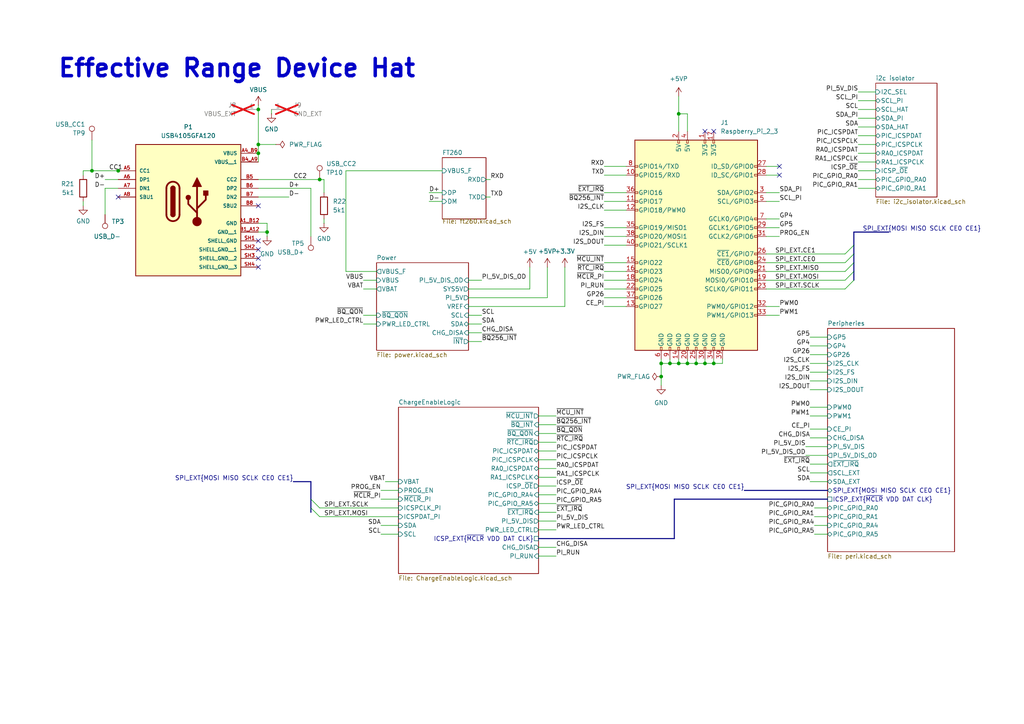
<source format=kicad_sch>
(kicad_sch (version 20231120) (generator "eeschema") (generator_version "8.0")
  (paper "A4")
  (title_block (title "Effective Range - MrHAT") (date "2024-09-17") (rev "1.12.0") (company "Effective Range Kft.") (comment 1 "visit https://creativecommons.org/licenses/by/4.0/") (comment 2 "is licensed under CC BY 4.0. To view a copy of this license,") (comment 3 "License: MrHAT © 2024 by Ferenc Nandor Janky & Attila Gombos") (comment 4 "Design Engineer: Ferenc Janky"))
  (lib_symbols
    (symbol "Connector:Conn_01x01_Socket" (pin_names (offset 1.016) hide)
      (property "Reference" "J" (at 0 2.54 0))
      (property "Value" "Conn_01x01_Socket" (at 0 -2.54 0))
      (symbol "Conn_01x01_Socket_1_1"
        (polyline (pts (xy -1.27 0) (xy -0.508 0)) (stroke (width 0.1524)))
        (arc (start 0 0.508) (mid -0.5058 0) (end 0 -0.508) (stroke (width 0.1524)))
        (pin passive line (at -5.08 0 0) (length 3.81) (name "Pin_1") (number "1"))
      )
    )
    (symbol "Connector:TestPoint" (pin_numbers hide) (pin_names (offset 0.762) hide)
      (property "Reference" "TP" (at 0 6.858 0))
      (property "Value" "TestPoint" (at 0 5.08 0))
      (symbol "TestPoint_0_1"
        (circle (center 0 3.302) (radius 0.762))
      )
      (symbol "TestPoint_1_1"
        (pin passive line (at 0 0 90) (length 2.54) (name "1") (number "1"))
      )
    )
    (symbol "Device:R" (pin_numbers hide) (pin_names (offset 0))
      (property "Reference" "R" (at 2.032 0 90))
      (property "Value" "R" (at 0 0 90))
      (symbol "R_0_1"
        (rectangle (start -1.016 -2.54) (end 1.016 2.54) (stroke (width 0.254)))
      )
      (symbol "R_1_1"
        (pin passive line (at 0 3.81 270) (length 1.27) (name "~") (number "1"))
        (pin passive line (at 0 -3.81 90) (length 1.27) (name "~") (number "2"))
      )
    )
    (symbol "effectiveRangeHat_kicad_sym:Raspberry_Pi_2_3" (pin_names (offset 1.016))
      (property "Reference" "J" (at -17.78 31.75 0))
      (property "Value" "Raspberry_Pi_2_3" (at 10.16 -31.75 0))
      (symbol "Raspberry_Pi_2_3_0_1"
        (rectangle (start -17.78 30.48) (end 17.78 -30.48) (stroke (width 0.254)) (fill (type background)))
      )
      (symbol "Raspberry_Pi_2_3_1_1"
        (rectangle (start -16.891 -17.526) (end -17.78 -18.034))
        (rectangle (start -16.891 -14.986) (end -17.78 -15.494))
        (rectangle (start -16.891 -12.446) (end -17.78 -12.954))
        (rectangle (start -16.891 -9.906) (end -17.78 -10.414))
        (rectangle (start -16.891 -7.366) (end -17.78 -7.874))
        (rectangle (start -16.891 -4.826) (end -17.78 -5.334))
        (rectangle (start -16.891 0.254) (end -17.78 -0.254))
        (rectangle (start -16.891 2.794) (end -17.78 2.286))
        (rectangle (start -16.891 5.334) (end -17.78 4.826))
        (rectangle (start -16.891 10.414) (end -17.78 9.906))
        (rectangle (start -16.891 12.954) (end -17.78 12.446))
        (rectangle (start -16.891 15.494) (end -17.78 14.986))
        (rectangle (start -16.891 20.574) (end -17.78 20.066))
        (rectangle (start -16.891 23.114) (end -17.78 22.606))
        (rectangle (start -10.414 -29.591) (end -9.906 -30.48))
        (rectangle (start -7.874 -29.591) (end -7.366 -30.48))
        (rectangle (start -5.334 -29.591) (end -4.826 -30.48))
        (rectangle (start -5.334 30.48) (end -4.826 29.591))
        (rectangle (start -2.794 -29.591) (end -2.286 -30.48))
        (rectangle (start -2.794 30.48) (end -2.286 29.591))
        (rectangle (start -0.254 -29.591) (end 0.254 -30.48))
        (rectangle (start 2.286 -29.591) (end 2.794 -30.48))
        (rectangle (start 2.286 30.48) (end 2.794 29.591))
        (rectangle (start 4.826 -29.591) (end 5.334 -30.48))
        (rectangle (start 4.826 30.48) (end 5.334 29.591))
        (rectangle (start 7.366 -29.591) (end 7.874 -30.48))
        (rectangle (start 17.78 -20.066) (end 16.891 -20.574))
        (rectangle (start 17.78 -17.526) (end 16.891 -18.034))
        (rectangle (start 17.78 -12.446) (end 16.891 -12.954))
        (rectangle (start 17.78 -9.906) (end 16.891 -10.414))
        (rectangle (start 17.78 -7.366) (end 16.891 -7.874))
        (rectangle (start 17.78 -4.826) (end 16.891 -5.334))
        (rectangle (start 17.78 -2.286) (end 16.891 -2.794))
        (rectangle (start 17.78 2.794) (end 16.891 2.286))
        (rectangle (start 17.78 5.334) (end 16.891 4.826))
        (rectangle (start 17.78 7.874) (end 16.891 7.366))
        (rectangle (start 17.78 12.954) (end 16.891 12.446))
        (rectangle (start 17.78 15.494) (end 16.891 14.986))
        (rectangle (start 17.78 20.574) (end 16.891 20.066))
        (rectangle (start 17.78 23.114) (end 16.891 22.606))
        (pin power_in line (at 2.54 33.02 270) (length 2.54) (name "3V3") (number "1"))
        (pin bidirectional line (at -20.32 20.32 0) (length 2.54) (name "GPIO15/RXD") (number "10"))
        (pin bidirectional line (at -20.32 12.7 0) (length 2.54) (name "GPIO17") (number "11"))
        (pin bidirectional line (at -20.32 10.16 0) (length 2.54) (name "GPIO18/PWM0") (number "12"))
        (pin bidirectional line (at -20.32 -17.78 0) (length 2.54) (name "GPIO27") (number "13"))
        (pin passive line (at -5.08 -33.02 90) (length 2.54) (name "GND") (number "14"))
        (pin bidirectional line (at -20.32 -5.08 0) (length 2.54) (name "GPIO22") (number "15"))
        (pin bidirectional line (at -20.32 -7.62 0) (length 2.54) (name "GPIO23") (number "16"))
        (pin power_in line (at 5.08 33.02 270) (length 2.54) (name "3V3") (number "17"))
        (pin bidirectional line (at -20.32 -10.16 0) (length 2.54) (name "GPIO24") (number "18"))
        (pin bidirectional line (at 20.32 -10.16 180) (length 2.54) (name "MOSI0/GPIO10") (number "19"))
        (pin power_in line (at -5.08 33.02 270) (length 2.54) (name "5V") (number "2"))
        (pin passive line (at -2.54 -33.02 90) (length 2.54) (name "GND") (number "20"))
        (pin bidirectional line (at 20.32 -7.62 180) (length 2.54) (name "MISO0/GPIO9") (number "21"))
        (pin bidirectional line (at -20.32 -12.7 0) (length 2.54) (name "GPIO25") (number "22"))
        (pin bidirectional line (at 20.32 -12.7 180) (length 2.54) (name "SCLK0/GPIO11") (number "23"))
        (pin bidirectional line (at 20.32 -5.08 180) (length 2.54) (name "~{CE0}/GPIO8") (number "24"))
        (pin passive line (at 0 -33.02 90) (length 2.54) (name "GND") (number "25"))
        (pin bidirectional line (at 20.32 -2.54 180) (length 2.54) (name "~{CE1}/GPIO7") (number "26"))
        (pin bidirectional line (at 20.32 22.86 180) (length 2.54) (name "ID_SD/GPIO0") (number "27"))
        (pin bidirectional line (at 20.32 20.32 180) (length 2.54) (name "ID_SC/GPIO1") (number "28"))
        (pin bidirectional line (at 20.32 5.08 180) (length 2.54) (name "GCLK1/GPIO5") (number "29"))
        (pin bidirectional line (at 20.32 15.24 180) (length 2.54) (name "SDA/GPIO2") (number "3"))
        (pin passive line (at 2.54 -33.02 90) (length 2.54) (name "GND") (number "30"))
        (pin bidirectional line (at 20.32 2.54 180) (length 2.54) (name "GCLK2/GPIO6") (number "31"))
        (pin bidirectional line (at 20.32 -17.78 180) (length 2.54) (name "PWM0/GPIO12") (number "32"))
        (pin bidirectional line (at 20.32 -20.32 180) (length 2.54) (name "PWM1/GPIO13") (number "33"))
        (pin passive line (at 5.08 -33.02 90) (length 2.54) (name "GND") (number "34"))
        (pin bidirectional line (at -20.32 5.08 0) (length 2.54) (name "GPIO19/MISO1") (number "35"))
        (pin bidirectional line (at -20.32 15.24 0) (length 2.54) (name "GPIO16") (number "36"))
        (pin bidirectional line (at -20.32 -15.24 0) (length 2.54) (name "GPIO26") (number "37"))
        (pin bidirectional line (at -20.32 2.54 0) (length 2.54) (name "GPIO20/MOSI1") (number "38"))
        (pin passive line (at 7.62 -33.02 90) (length 2.54) (name "GND") (number "39"))
        (pin power_in line (at -2.54 33.02 270) (length 2.54) (name "5V") (number "4"))
        (pin bidirectional line (at -20.32 0 0) (length 2.54) (name "GPIO21/SCLK1") (number "40"))
        (pin bidirectional line (at 20.32 12.7 180) (length 2.54) (name "SCL/GPIO3") (number "5"))
        (pin passive line (at -10.16 -33.02 90) (length 2.54) (name "GND") (number "6"))
        (pin bidirectional line (at 20.32 7.62 180) (length 2.54) (name "GCLK0/GPIO4") (number "7"))
        (pin bidirectional line (at -20.32 22.86 0) (length 2.54) (name "GPIO14/TXD") (number "8"))
        (pin passive line (at -7.62 -33.02 90) (length 2.54) (name "GND") (number "9"))
      )
    )
    (symbol "effectiveRangeHat_kicad_sym:USB4105GFA120" (pin_names (offset 1.016))
      (property "Reference" "P" (at -15.24 13.97 0))
      (property "Value" "USB4105GFA120" (at -15.24 -27.94 0))
      (symbol "USB4105GFA120_0_0"
        (rectangle (start -15.24 12.7) (end 15.24 -25.4) (stroke (width 0.254)) (fill (type background)))
        (pin power_in line (at 20.32 -10.16 180) (length 5.08) (name "GND") (number "A1_B12"))
        (pin power_in line (at 20.32 10.16 180) (length 5.08) (name "VBUS") (number "A4_B9"))
        (pin bidirectional line (at -20.32 5.08 0) (length 5.08) (name "CC1") (number "A5"))
        (pin bidirectional line (at -20.32 2.54 0) (length 5.08) (name "DP1") (number "A6"))
        (pin bidirectional line (at -20.32 0 0) (length 5.08) (name "DN1") (number "A7"))
        (pin bidirectional line (at -20.32 -2.54 0) (length 5.08) (name "SBU1") (number "A8"))
        (pin power_in line (at 20.32 -12.7 180) (length 5.08) (name "GND__1") (number "B1_A12"))
        (pin power_in line (at 20.32 7.62 180) (length 5.08) (name "VBUS__1") (number "B4_A9"))
        (pin bidirectional line (at 20.32 2.54 180) (length 5.08) (name "CC2") (number "B5"))
        (pin bidirectional line (at 20.32 0 180) (length 5.08) (name "DP2") (number "B6"))
        (pin bidirectional line (at 20.32 -2.54 180) (length 5.08) (name "DN2") (number "B7"))
        (pin bidirectional line (at 20.32 -5.08 180) (length 5.08) (name "SBU2") (number "B8"))
        (pin power_in line (at 20.32 -15.24 180) (length 5.08) (name "SHELL_GND") (number "SH1"))
        (pin power_in line (at 20.32 -17.78 180) (length 5.08) (name "SHELL_GND__1") (number "SH2"))
        (pin power_in line (at 20.32 -20.32 180) (length 5.08) (name "SHELL_GND__2") (number "SH3"))
        (pin power_in line (at 20.32 -22.86 180) (length 5.08) (name "SHELL_GND__3") (number "SH4"))
      )
      (symbol "USB4105GFA120_0_1"
        (arc (start -6.35 -7.62) (mid -4.445 -9.5167) (end -2.54 -7.62) (stroke (width 0.508)))
        (arc (start -5.08 -7.62) (mid -4.445 -8.2523) (end -3.81 -7.62) (stroke (width 0.254)))
        (arc (start -5.08 -7.62) (mid -4.445 -8.2523) (end -3.81 -7.62) (stroke (width 0.254)) (fill (type outline)))
        (rectangle (start -5.08 -7.62) (end -3.81 0) (stroke (width 0.254)) (fill (type outline)))
        (arc (start -3.81 0) (mid -4.445 0.6323) (end -5.08 0) (stroke (width 0.254)))
        (arc (start -3.81 0) (mid -4.445 0.6323) (end -5.08 0) (stroke (width 0.254)) (fill (type outline)))
        (arc (start -2.54 0) (mid -4.445 1.8967) (end -6.35 0) (stroke (width 0.508)))
        (polyline (pts (xy -6.35 -7.62) (xy -6.35 0)) (stroke (width 0.508)))
        (polyline (pts (xy -2.54 0) (xy -2.54 -7.62)) (stroke (width 0.508)))
      )
      (symbol "USB4105GFA120_1_1"
        (circle (center 0 -2.667) (radius 0.635) (stroke (width 0.254)) (fill (type outline)))
        (polyline (pts (xy 2.54 -9.652) (xy 2.54 0.508)) (stroke (width 0.508)))
        (polyline (pts (xy 2.54 -7.112) (xy 0 -4.572) (xy 0 -3.302)) (stroke (width 0.508)))
        (polyline (pts (xy 2.54 -5.842) (xy 5.08 -3.302) (xy 5.08 -2.032)) (stroke (width 0.508)))
        (polyline (pts (xy 1.27 0.508) (xy 2.54 3.048) (xy 3.81 0.508) (xy 1.27 0.508)) (stroke (width 0.254)) (fill (type outline)))
        (circle (center 2.54 -9.652) (radius 1.27) (fill (type outline)))
        (rectangle (start 4.445 -2.032) (end 5.715 -0.762) (stroke (width 0.254)) (fill (type outline)))
      )
    )
    (symbol "power:+3.3V" (power) (pin_numbers hide) (pin_names (offset 0) hide)
      (property "Value" "+3.3V" (at 0 3.556 0))
      (symbol "+3.3V_0_1"
        (polyline (pts (xy -0.762 1.27) (xy 0 2.54)))
        (polyline (pts (xy 0 0) (xy 0 2.54)))
        (polyline (pts (xy 0 2.54) (xy 0.762 1.27)))
      )
      (symbol "+3.3V_1_1"
        (pin power_in line (at 0 0 90) (length 0) (name "~") (number "1"))
      )
    )
    (symbol "power:+5V" (power) (pin_numbers hide) (pin_names (offset 0) hide)
      (property "Value" "+5V" (at 0 3.556 0))
      (symbol "+5V_0_1"
        (polyline (pts (xy -0.762 1.27) (xy 0 2.54)))
        (polyline (pts (xy 0 0) (xy 0 2.54)))
        (polyline (pts (xy 0 2.54) (xy 0.762 1.27)))
      )
      (symbol "+5V_1_1"
        (pin power_in line (at 0 0 90) (length 0) (name "~") (number "1"))
      )
    )
    (symbol "power:+5VP" (power) (pin_numbers hide) (pin_names (offset 0) hide)
      (property "Value" "+5VP" (at 0 3.556 0))
      (symbol "+5VP_0_1"
        (polyline (pts (xy -0.762 1.27) (xy 0 2.54)))
        (polyline (pts (xy 0 0) (xy 0 2.54)))
        (polyline (pts (xy 0 2.54) (xy 0.762 1.27)))
      )
      (symbol "+5VP_1_1"
        (pin power_in line (at 0 0 90) (length 0) (name "~") (number "1"))
      )
    )
    (symbol "power:GND" (power) (pin_numbers hide) (pin_names (offset 0) hide)
      (property "Value" "GND" (at 0 -3.81 0))
      (symbol "GND_0_1"
        (polyline (pts (xy 0 0) (xy 0 -1.27) (xy 1.27 -1.27) (xy 0 -2.54) (xy -1.27 -1.27) (xy 0 -1.27)))
      )
      (symbol "GND_1_1"
        (pin power_in line (at 0 0 270) (length 0) (name "~") (number "1"))
      )
    )
    (symbol "power:PWR_FLAG" (power) (pin_numbers hide) (pin_names (offset 0) hide)
      (property "Value" "PWR_FLAG" (at 0 3.81 0))
      (symbol "PWR_FLAG_0_0"
        (pin power_out line (at 0 0 90) (length 0) (name "~") (number "1"))
      )
      (symbol "PWR_FLAG_0_1"
        (polyline (pts (xy 0 0) (xy 0 1.27) (xy -1.016 1.905) (xy 0 2.54) (xy 1.016 1.905) (xy 0 1.27)))
      )
    )
    (symbol "power:VBUS" (power) (pin_numbers hide) (pin_names (offset 0) hide)
      (property "Value" "VBUS" (at 0 3.556 0))
      (symbol "VBUS_0_1"
        (polyline (pts (xy -0.762 1.27) (xy 0 2.54)))
        (polyline (pts (xy 0 0) (xy 0 2.54)))
        (polyline (pts (xy 0 2.54) (xy 0.762 1.27)))
      )
      (symbol "VBUS_1_1"
        (pin power_in line (at 0 0 90) (length 0) (name "~") (number "1"))
      )
    )
  )
  (junction (at 207.01 105.41))
  (junction (at 196.85 105.41))
  (junction (at 194.31 105.41))
  (junction (at 201.93 105.41))
  (junction (at 92.71 52.07))
  (junction (at 191.77 109.22))
  (junction (at 74.93 44.45))
  (junction (at 196.85 33.02))
  (junction (at 191.77 105.41))
  (junction (at 204.47 105.41))
  (junction (at 74.93 31.75))
  (junction (at 34.29 49.53))
  (junction (at 74.93 41.91))
  (junction (at 199.39 105.41))
  (junction (at 77.47 67.31))
  (junction (at 26.67 49.53))
  (no_connect (at 226.06 48.26))
  (no_connect (at 74.93 77.47))
  (no_connect (at 74.93 59.69))
  (no_connect (at 74.93 72.39))
  (no_connect (at 34.29 57.15))
  (no_connect (at 74.93 74.93))
  (no_connect (at 226.06 50.8))
  (no_connect (at 74.93 69.85))
  (no_connect (at 207.01 38.1))
  (no_connect (at 204.47 38.1))
  (bus_entry (at 247.65 71.12) (size -2.54 2.54))
  (bus_entry (at 247.65 81.28) (size -2.54 2.54))
  (bus_entry (at 247.65 76.2) (size -2.54 2.54))
  (bus_entry (at 90.17 147.32) (size 2.54 2.54))
  (bus_entry (at 247.65 73.66) (size -2.54 2.54))
  (bus_entry (at 247.65 78.74) (size -2.54 2.54))
  (bus_entry (at 90.17 144.78) (size 2.54 2.54))
  (wire (pts (xy 234.95 105.41) (xy 240.03 105.41)))
  (wire (pts (xy 175.26 83.82) (xy 181.61 83.82)))
  (wire (pts (xy 100.33 78.74) (xy 100.33 49.53)))
  (wire (pts (xy 161.29 128.27) (xy 156.21 128.27)))
  (wire (pts (xy 74.93 41.91) (xy 74.93 44.45)))
  (wire (pts (xy 156.21 138.43) (xy 161.29 138.43)))
  (wire (pts (xy 26.67 40.64) (xy 26.67 49.53)))
  (wire (pts (xy 234.95 124.46) (xy 240.03 124.46)))
  (wire (pts (xy 156.21 161.29) (xy 161.29 161.29)))
  (wire (pts (xy 191.77 111.76) (xy 191.77 109.22)))
  (wire (pts (xy 26.67 49.53) (xy 34.29 49.53)))
  (wire (pts (xy 181.61 81.28) (xy 175.26 81.28)))
  (wire (pts (xy 135.89 96.52) (xy 139.7 96.52)))
  (wire (pts (xy 74.93 54.61) (xy 90.17 54.61)))
  (wire (pts (xy 234.95 134.62) (xy 240.03 134.62)))
  (wire (pts (xy 92.71 52.07) (xy 93.98 52.07)))
  (wire (pts (xy 100.33 78.74) (xy 109.22 78.74)))
  (wire (pts (xy 74.93 52.07) (xy 92.71 52.07)))
  (bus (pts (xy 90.17 139.7) (xy 90.17 144.78)))
  (wire (pts (xy 156.21 151.13) (xy 161.29 151.13)))
  (wire (pts (xy 248.92 49.53) (xy 254 49.53)))
  (wire (pts (xy 74.93 31.75) (xy 74.93 41.91)))
  (bus (pts (xy 247.65 81.28) (xy 247.65 78.74)))
  (wire (pts (xy 248.92 41.91) (xy 254 41.91)))
  (wire (pts (xy 34.29 49.53) (xy 35.56 49.53)))
  (wire (pts (xy 222.25 88.9) (xy 226.06 88.9)))
  (wire (pts (xy 135.89 86.36) (xy 158.75 86.36)))
  (wire (pts (xy 234.95 120.65) (xy 240.03 120.65)))
  (wire (pts (xy 236.22 149.86) (xy 240.03 149.86)))
  (wire (pts (xy 199.39 104.14) (xy 199.39 105.41)))
  (wire (pts (xy 234.95 107.95) (xy 240.03 107.95)))
  (bus (pts (xy 85.09 139.7) (xy 90.17 139.7)))
  (wire (pts (xy 153.67 83.82) (xy 135.89 83.82)))
  (wire (pts (xy 74.93 67.31) (xy 77.47 67.31)))
  (wire (pts (xy 196.85 33.02) (xy 199.39 33.02)))
  (wire (pts (xy 248.92 52.07) (xy 254 52.07)))
  (wire (pts (xy 74.93 57.15) (xy 83.82 57.15)))
  (wire (pts (xy 30.48 52.07) (xy 34.29 52.07)))
  (wire (pts (xy 196.85 33.02) (xy 196.85 38.1)))
  (wire (pts (xy 234.95 113.03) (xy 240.03 113.03)))
  (wire (pts (xy 80.01 41.91) (xy 74.93 41.91)))
  (wire (pts (xy 196.85 27.94) (xy 196.85 33.02)))
  (wire (pts (xy 135.89 93.98) (xy 139.7 93.98)))
  (bus (pts (xy 247.65 76.2) (xy 247.65 73.66)))
  (wire (pts (xy 222.25 83.82) (xy 245.11 83.82)))
  (wire (pts (xy 156.21 120.65) (xy 161.29 120.65)))
  (wire (pts (xy 248.92 36.83) (xy 254 36.83)))
  (wire (pts (xy 248.92 46.99) (xy 254 46.99)))
  (wire (pts (xy 222.25 55.88) (xy 226.06 55.88)))
  (wire (pts (xy 100.33 49.53) (xy 128.27 49.53)))
  (wire (pts (xy 222.25 66.04) (xy 226.06 66.04)))
  (wire (pts (xy 222.25 50.8) (xy 226.06 50.8)))
  (wire (pts (xy 248.92 54.61) (xy 254 54.61)))
  (wire (pts (xy 105.41 81.28) (xy 109.22 81.28)))
  (wire (pts (xy 156.21 148.59) (xy 161.29 148.59)))
  (wire (pts (xy 207.01 104.14) (xy 207.01 105.41)))
  (wire (pts (xy 175.26 50.8) (xy 181.61 50.8)))
  (wire (pts (xy 156.21 130.81) (xy 161.29 130.81)))
  (wire (pts (xy 135.89 81.28) (xy 139.7 81.28)))
  (wire (pts (xy 135.89 88.9) (xy 163.83 88.9)))
  (bus (pts (xy 195.58 156.21) (xy 195.58 144.78)))
  (wire (pts (xy 77.47 64.77) (xy 77.47 67.31)))
  (wire (pts (xy 156.21 143.51) (xy 161.29 143.51)))
  (wire (pts (xy 24.13 49.53) (xy 24.13 50.8)))
  (wire (pts (xy 248.92 39.37) (xy 254 39.37)))
  (bus (pts (xy 156.21 156.21) (xy 195.58 156.21)))
  (wire (pts (xy 111.76 139.7) (xy 115.57 139.7)))
  (bus (pts (xy 247.65 73.66) (xy 247.65 71.12)))
  (bus (pts (xy 195.58 144.78) (xy 240.03 144.78)))
  (wire (pts (xy 105.41 93.98) (xy 109.22 93.98)))
  (wire (pts (xy 77.47 68.58) (xy 77.47 67.31)))
  (wire (pts (xy 78.74 33.02) (xy 78.74 31.75)))
  (wire (pts (xy 24.13 58.42) (xy 24.13 59.69)))
  (wire (pts (xy 222.25 63.5) (xy 226.06 63.5)))
  (wire (pts (xy 196.85 104.14) (xy 196.85 105.41)))
  (wire (pts (xy 92.71 147.32) (xy 115.57 147.32)))
  (wire (pts (xy 175.26 86.36) (xy 181.61 86.36)))
  (wire (pts (xy 92.71 149.86) (xy 115.57 149.86)))
  (wire (pts (xy 30.48 54.61) (xy 30.48 62.23)))
  (bus (pts (xy 90.17 144.78) (xy 90.17 147.32)))
  (wire (pts (xy 222.25 58.42) (xy 226.06 58.42)))
  (bus (pts (xy 247.65 78.74) (xy 247.65 76.2)))
  (wire (pts (xy 90.17 68.58) (xy 90.17 54.61)))
  (wire (pts (xy 156.21 153.67) (xy 161.29 153.67)))
  (wire (pts (xy 110.49 154.94) (xy 115.57 154.94)))
  (wire (pts (xy 175.26 48.26) (xy 181.61 48.26)))
  (wire (pts (xy 156.21 158.75) (xy 161.29 158.75)))
  (wire (pts (xy 233.68 129.54) (xy 240.03 129.54)))
  (wire (pts (xy 175.26 68.58) (xy 181.61 68.58)))
  (wire (pts (xy 204.47 105.41) (xy 201.93 105.41)))
  (wire (pts (xy 156.21 125.73) (xy 161.29 125.73)))
  (bus (pts (xy 90.17 147.32) (xy 90.17 148.59)))
  (wire (pts (xy 201.93 105.41) (xy 199.39 105.41)))
  (wire (pts (xy 175.26 55.88) (xy 181.61 55.88)))
  (wire (pts (xy 207.01 105.41) (xy 204.47 105.41)))
  (wire (pts (xy 222.25 76.2) (xy 245.11 76.2)))
  (wire (pts (xy 234.95 118.11) (xy 240.03 118.11)))
  (wire (pts (xy 156.21 135.89) (xy 161.29 135.89)))
  (wire (pts (xy 222.25 78.74) (xy 245.11 78.74)))
  (wire (pts (xy 156.21 146.05) (xy 161.29 146.05)))
  (wire (pts (xy 234.95 139.7) (xy 240.03 139.7)))
  (wire (pts (xy 175.26 78.74) (xy 181.61 78.74)))
  (wire (pts (xy 191.77 104.14) (xy 191.77 105.41)))
  (wire (pts (xy 110.49 142.24) (xy 115.57 142.24)))
  (wire (pts (xy 194.31 104.14) (xy 194.31 105.41)))
  (wire (pts (xy 93.98 52.07) (xy 93.98 55.88)))
  (wire (pts (xy 248.92 26.67) (xy 254 26.67)))
  (wire (pts (xy 226.06 91.44) (xy 222.25 91.44)))
  (bus (pts (xy 247.65 67.31) (xy 257.81 67.31)))
  (wire (pts (xy 248.92 29.21) (xy 254 29.21)))
  (wire (pts (xy 199.39 105.41) (xy 196.85 105.41)))
  (wire (pts (xy 209.55 104.14) (xy 209.55 105.41)))
  (wire (pts (xy 175.26 88.9) (xy 181.61 88.9)))
  (wire (pts (xy 234.95 100.33) (xy 240.03 100.33)))
  (wire (pts (xy 248.92 34.29) (xy 254 34.29)))
  (wire (pts (xy 140.97 52.07) (xy 142.24 52.07)))
  (wire (pts (xy 201.93 104.14) (xy 201.93 105.41)))
  (wire (pts (xy 74.93 46.99) (xy 74.93 44.45)))
  (wire (pts (xy 124.46 55.88) (xy 128.27 55.88)))
  (wire (pts (xy 110.49 144.78) (xy 115.57 144.78)))
  (wire (pts (xy 163.83 88.9) (xy 163.83 77.47)))
  (wire (pts (xy 24.13 49.53) (xy 26.67 49.53)))
  (wire (pts (xy 248.92 31.75) (xy 254 31.75)))
  (wire (pts (xy 196.85 105.41) (xy 194.31 105.41)))
  (bus (pts (xy 215.9 142.24) (xy 240.03 142.24)))
  (wire (pts (xy 234.95 110.49) (xy 240.03 110.49)))
  (wire (pts (xy 105.41 91.44) (xy 109.22 91.44)))
  (wire (pts (xy 156.21 140.97) (xy 161.29 140.97)))
  (wire (pts (xy 74.93 64.77) (xy 77.47 64.77)))
  (wire (pts (xy 175.26 58.42) (xy 181.61 58.42)))
  (wire (pts (xy 222.25 68.58) (xy 226.06 68.58)))
  (wire (pts (xy 93.98 63.5) (xy 93.98 64.77)))
  (wire (pts (xy 105.41 83.82) (xy 109.22 83.82)))
  (wire (pts (xy 30.48 54.61) (xy 34.29 54.61)))
  (wire (pts (xy 236.22 152.4) (xy 240.03 152.4)))
  (wire (pts (xy 175.26 71.12) (xy 181.61 71.12)))
  (wire (pts (xy 233.68 132.08) (xy 240.03 132.08)))
  (wire (pts (xy 222.25 48.26) (xy 226.06 48.26)))
  (wire (pts (xy 191.77 109.22) (xy 191.77 105.41)))
  (wire (pts (xy 222.25 81.28) (xy 245.11 81.28)))
  (wire (pts (xy 175.26 66.04) (xy 181.61 66.04)))
  (wire (pts (xy 156.21 133.35) (xy 161.29 133.35)))
  (wire (pts (xy 204.47 104.14) (xy 204.47 105.41)))
  (wire (pts (xy 140.97 57.15) (xy 142.24 57.15)))
  (wire (pts (xy 234.95 97.79) (xy 240.03 97.79)))
  (wire (pts (xy 236.22 147.32) (xy 240.03 147.32)))
  (wire (pts (xy 234.95 127) (xy 240.03 127)))
  (wire (pts (xy 234.95 102.87) (xy 240.03 102.87)))
  (wire (pts (xy 236.22 154.94) (xy 240.03 154.94)))
  (wire (pts (xy 191.77 105.41) (xy 194.31 105.41)))
  (wire (pts (xy 135.89 99.06) (xy 139.7 99.06)))
  (wire (pts (xy 175.26 60.96) (xy 181.61 60.96)))
  (wire (pts (xy 209.55 105.41) (xy 207.01 105.41)))
  (wire (pts (xy 124.46 58.42) (xy 128.27 58.42)))
  (wire (pts (xy 156.21 123.19) (xy 161.29 123.19)))
  (bus (pts (xy 247.65 71.12) (xy 247.65 67.31)))
  (wire (pts (xy 135.89 91.44) (xy 139.7 91.44)))
  (wire (pts (xy 74.93 30.48) (xy 74.93 31.75)))
  (wire (pts (xy 234.95 137.16) (xy 240.03 137.16)))
  (wire (pts (xy 153.67 77.47) (xy 153.67 83.82)))
  (wire (pts (xy 158.75 86.36) (xy 158.75 77.47)))
  (wire (pts (xy 222.25 73.66) (xy 245.11 73.66)))
  (wire (pts (xy 110.49 152.4) (xy 115.57 152.4)))
  (wire (pts (xy 248.92 44.45) (xy 254 44.45)))
  (wire (pts (xy 175.26 76.2) (xy 181.61 76.2)))
  (wire (pts (xy 199.39 33.02) (xy 199.39 38.1)))
  (text "Effective Range Device Hat" (at 16.51 22.86 0) (effects (font (size 5 5) (thickness 1) (bold yes)) (justify left bottom)))
  (label "PIC_GPIO_RA0" (at 236.22 147.32 180))
  (label "~{RTC_IRQ}" (at 175.26 78.74 180))
  (label "PIC_ICSPDAT" (at 248.92 39.37 180))
  (label "RA0_ICSPDAT" (at 161.29 135.89 0))
  (label "I2S_CLK" (at 175.26 60.96 180))
  (label "I2S_FS" (at 234.95 107.95 180))
  (label "~{MCLR}_PI" (at 175.26 81.28 180))
  (label "PI_5V_DIS_OD" (at 139.7 81.28 0))
  (label "ICSP_~{OE}" (at 248.92 49.53 180))
  (label "PWR_LED_CTRL" (at 105.41 93.98 180))
  (label "CHG_DISA" (at 234.95 127 180))
  (label "~{RTC_IRQ}" (at 161.29 128.27 0))
  (label "D-" (at 30.48 54.61 180))
  (label "~{MCU_INT}" (at 175.26 76.2 180))
  (label "SDA" (at 110.49 152.4 180))
  (label "CC2" (at 85.09 52.07 0))
  (label "CC1" (at 35.56 49.53 180))
  (label "SCL_PI" (at 248.92 29.21 180))
  (label "PIC_ICSPDAT" (at 161.29 130.81 0))
  (label "D-" (at 124.46 58.42 0))
  (label "I2S_DOUT" (at 175.26 71.12 180))
  (label "SPI_EXT{MOSI MISO SCLK CE0 CE1}" (at 215.9 142.24 180))
  (label "VBAT" (at 105.41 83.82 180))
  (label "D-" (at 83.82 57.15 0))
  (label "PROG_EN" (at 226.06 68.58 0))
  (label "PIC_GPIO_RA1" (at 236.22 149.86 180))
  (label "PIC_ICSPCLK" (at 248.92 41.91 180))
  (label "CE_PI" (at 234.95 124.46 180))
  (label "PIC_GPIO_RA4" (at 236.22 152.4 180))
  (label "GP26" (at 234.95 102.87 180))
  (label "SPI_EXT.MOSI" (at 224.79 81.28 0))
  (label "SCL_PI" (at 226.06 58.42 0))
  (label "SCL" (at 234.95 137.16 180))
  (label "RA1_ICSPCLK" (at 161.29 138.43 0))
  (label "RA1_ICSPCLK" (at 248.92 46.99 180))
  (label "GP4" (at 226.06 63.5 0))
  (label "~{BQ256_INT}" (at 139.7 99.06 0))
  (label "SCL" (at 139.7 91.44 0))
  (label "PI_RUN" (at 175.26 83.82 180))
  (label "~{MCU_INT}" (at 161.29 120.65 0))
  (label "PWM1" (at 234.95 120.65 180))
  (label "SPI_EXT{MOSI MISO SCLK CE0 CE1}" (at 250.19 67.31 0))
  (label "GP26" (at 175.26 86.36 180))
  (label "SPI_EXT.CE0" (at 224.79 76.2 0))
  (label "SPI_EXT.SCLK" (at 93.98 147.32 0))
  (label "PI_RUN" (at 161.29 161.29 0))
  (label "PIC_GPIO_RA4" (at 161.29 143.51 0))
  (label "CHG_DISA" (at 139.7 96.52 0))
  (label "SCL" (at 248.92 31.75 180))
  (label "GP5" (at 234.95 97.79 180))
  (label "ICSP_~{OE}" (at 161.29 140.97 0))
  (label "~{EXT_IRQ}" (at 234.95 134.62 180))
  (label "SPI_EXT.MISO" (at 224.79 78.74 0))
  (label "VBUS" (at 105.41 81.28 180))
  (label "SDA_PI" (at 248.92 34.29 180))
  (label "SDA_PI" (at 226.06 55.88 0))
  (label "CE_PI" (at 175.26 88.9 180))
  (label "SPI_EXT.SCLK" (at 224.79 83.82 0))
  (label "~{EXT_IRQ}" (at 161.29 148.59 0))
  (label "PROG_EN" (at 110.49 142.24 180))
  (label "SPI_EXT{MOSI MISO SCLK CE0 CE1}" (at 85.09 139.7 180))
  (label "RXD" (at 175.26 48.26 180))
  (label "PWM0" (at 234.95 118.11 180))
  (label "PWM1" (at 226.06 91.44 0))
  (label "~{BQ_QON}" (at 105.41 91.44 180))
  (label "PIC_GPIO_RA0" (at 248.92 52.07 180))
  (label "PIC_GPIO_RA5" (at 161.29 146.05 0))
  (label "PI_5V_DIS" (at 248.92 26.67 180))
  (label "PI_5V_DIS" (at 233.68 129.54 180))
  (label "I2S_FS" (at 175.26 66.04 180))
  (label "PI_5V_DIS_OD" (at 233.68 132.08 180))
  (label "SCL" (at 110.49 154.94 180))
  (label "~{BQ256_INT}" (at 161.29 123.19 0))
  (label "I2S_DIN" (at 234.95 110.49 180))
  (label "I2S_DIN" (at 175.26 68.58 180))
  (label "~{BQ256_INT}" (at 175.26 58.42 180))
  (label "I2S_DOUT" (at 234.95 113.03 180))
  (label "PIC_GPIO_RA1" (at 248.92 54.61 180))
  (label "PI_5V_DIS" (at 161.29 151.13 0))
  (label "D+" (at 83.82 54.61 0))
  (label "RXD" (at 142.24 52.07 0))
  (label "SDA" (at 248.92 36.83 180))
  (label "VBAT" (at 111.76 139.7 180))
  (label "PWM0" (at 226.06 88.9 0))
  (label "D+" (at 30.48 52.07 180))
  (label "~{EXT_IRQ}" (at 175.26 55.88 180))
  (label "CHG_DISA" (at 161.29 158.75 0))
  (label "GP4" (at 234.95 100.33 180))
  (label "RA0_ICSPDAT" (at 248.92 44.45 180))
  (label "D+" (at 124.46 55.88 0))
  (label "I2S_CLK" (at 234.95 105.41 180))
  (label "SDA" (at 234.95 139.7 180))
  (label "PWR_LED_CTRL" (at 161.29 153.67 0))
  (label "SDA" (at 139.7 93.98 0))
  (label "GP5" (at 226.06 66.04 0))
  (label "~{MCLR}_PI" (at 110.49 144.78 180))
  (label "PIC_ICSPCLK" (at 161.29 133.35 0))
  (label "~{BQ_QON}" (at 161.29 125.73 0))
  (label "SPI_EXT.MOSI" (at 93.98 149.86 0))
  (label "TXD" (at 175.26 50.8 180))
  (label "TXD" (at 142.24 57.15 0))
  (label "SPI_EXT.CE1" (at 224.79 73.66 0))
  (label "PIC_GPIO_RA5" (at 236.22 154.94 180))
  (symbol (lib_id "Connector:TestPoint") (at 92.71 52.07 0) (mirror y) (unit 1) (in_bom no)
    (property "Reference" "TP10" (at 94.615 50.038 0) (effects (justify right)))
    (property "Value" "USB_CC2" (at 94.615 47.498 0) (effects (justify right)))
    (property "Footprint" "TestPoint:TestPoint_Pad_D1.0mm" (effects (hide yes)))
    (property "Description" "test point" (effects (hide yes)))
  )
  (symbol (lib_id "power:VBUS") (at 74.93 30.48 0) (unit 1)
    (property "Reference" "#PWR06" (effects (hide yes)))
    (property "Value" "VBUS" (at 74.93 26.035 0))
    (property "Description" "Power symbol creates a global label with name \"VBUS\"" (effects (hide yes)))
  )
  (symbol (lib_id "power:GND") (at 24.13 59.69 0) (mirror y) (unit 1)
    (property "Reference" "#PWR03" (effects (hide yes)))
    (property "Value" "GND" (at 24.13 64.135 0))
    (property "Description" "Power symbol creates a global label with name \"GND\" , ground" (effects (hide yes)))
  )
  (symbol (lib_id "Connector:Conn_01x01_Socket") (at 69.85 31.75 0) (mirror y) (unit 1) (dnp yes)
    (property "Reference" "J8" (at 68.58 30.4799 0) (effects (justify left)))
    (property "Value" "VBUS_EXT" (at 68.58 33.0199 0) (effects (justify left)))
    (property "Footprint" "Connector_PinHeader_2.54mm:PinHeader_1x01_P2.54mm_Vertical" (effects (hide yes)))
    (property "Description" "Generic connector, single row, 01x01, script generated" (effects (hide yes)))
    (property "MPN" "61300111121" (effects (hide yes)))
    (property "Manufacturer" "Würth Elektronik" (effects (hide yes)))
    (property "SupplierLink" "https://www.digikey.com/en/products/detail/w%C3%BCrth-elektronik/61300111121/4846821?s=N4IgTCBcDaIGwEYDMAGFCMLAkBdAvkA" (effects (hide yes)))
  )
  (symbol (lib_id "power:+5VP") (at 196.85 27.94 0) (unit 1)
    (property "Reference" "#PWR086" (effects (hide yes)))
    (property "Value" "+5VP" (at 196.85 22.86 0))
    (property "Description" "Power symbol creates a global label with name \"+5VP\"" (effects (hide yes)))
  )
  (symbol (lib_id "power:+5VP") (at 158.75 77.47 0) (unit 1)
    (property "Reference" "#PWR072" (effects (hide yes)))
    (property "Value" "+5VP" (at 158.75 72.898 0))
    (property "Description" "Power symbol creates a global label with name \"+5VP\"" (effects (hide yes)))
  )
  (symbol (lib_id "power:GND") (at 93.98 64.77 0) (unit 1)
    (property "Reference" "#PWR09" (effects (hide yes)))
    (property "Value" "GND" (at 93.98 69.215 0))
    (property "Description" "Power symbol creates a global label with name \"GND\" , ground" (effects (hide yes)))
  )
  (symbol (lib_id "Device:R") (at 24.13 54.61 0) (mirror y) (unit 1)
    (property "Reference" "R21" (at 21.59 53.34 0) (effects (justify left)))
    (property "Value" "5k1" (at 21.59 55.88 0) (effects (justify left)))
    (property "Footprint" "Resistor_SMD:R_0402_1005Metric" (effects (hide yes)))
    (property "Description" "Resistor" (effects (hide yes)))
    (property "MPN" "ERA-2AEB512X" (effects (hide yes)))
    (property "Manufacturer" "Panasonic Electronic Components" (effects (hide yes)))
    (property "SupplierLink" "https://www.digikey.hu/en/products/detail/panasonic-electronic-components/ERA-2AEB512X/1706022" (effects (hide yes)))
  )
  (symbol (lib_id "power:PWR_FLAG") (at 80.01 41.91 270) (unit 1)
    (property "Reference" "#FLG05" (effects (hide yes)))
    (property "Value" "PWR_FLAG" (at 83.82 41.9099 90) (effects (justify left)))
    (property "Description" "Special symbol for telling ERC where power comes from" (effects (hide yes)))
  )
  (symbol (lib_id "effectiveRangeHat_kicad_sym:Raspberry_Pi_2_3") (at 201.93 71.12 0) (unit 1)
    (property "Reference" "J1" (at 208.9659 35.56 0) (effects (justify left)))
    (property "Value" "Raspberry_Pi_2_3" (at 208.9659 38.1 0) (effects (justify left)))
    (property "Footprint" "effectiveRangeHat:Raspberry_Pi_Zero_MountingHoles" (effects (hide yes)))
    (property "Datasheet" "https://www.raspberrypi.org/documentation/hardware/raspberrypi/schematics/rpi_SCH_3bplus_1p0_reduced.pdf" (effects (hide yes)))
    (property "Description" "expansion header for Raspberry Pi 2 & 3" (effects (hide yes)))
    (property "MPN" "61304021121" (effects (hide yes)))
    (property "Manufacturer" "Würth Elektronik" (effects (hide yes)))
    (property "SupplierLink" "https://www.digikey.hu/en/products/detail/sullins-connector-solutions/pppc202lfbn-rc/810259" (effects (hide yes)))
    (property "Note" "TH" (effects (hide yes)))
  )
  (symbol (lib_id "power:PWR_FLAG") (at 191.77 109.22 90) (unit 1)
    (property "Reference" "#FLG04" (effects (hide yes)))
    (property "Value" "PWR_FLAG" (at 188.595 109.22 90) (effects (justify left)))
    (property "Description" "Special symbol for telling ERC where power comes from" (effects (hide yes)))
  )
  (symbol (lib_id "Connector:Conn_01x01_Socket") (at 83.82 31.75 0) (unit 1) (dnp yes)
    (property "Reference" "J9" (at 85.09 30.4799 0) (effects (justify left)))
    (property "Value" "GND_EXT" (at 85.09 33.0199 0) (effects (justify left)))
    (property "Footprint" "Connector_PinHeader_2.54mm:PinHeader_1x01_P2.54mm_Vertical" (effects (hide yes)))
    (property "Description" "Generic connector, single row, 01x01, script generated" (effects (hide yes)))
    (property "MPN" "61300111121" (effects (hide yes)))
    (property "Manufacturer" "Würth Elektronik" (effects (hide yes)))
    (property "SupplierLink" "https://www.digikey.com/en/products/detail/w%C3%BCrth-elektronik/61300111121/4846821?s=N4IgTCBcDaIGwEYDMAGFCMLAkBdAvkA" (effects (hide yes)))
  )
  (symbol (lib_id "Connector:TestPoint") (at 26.67 40.64 0) (unit 1) (in_bom no)
    (property "Reference" "TP9" (at 24.765 38.608 0) (effects (justify right)))
    (property "Value" "USB_CC1" (at 24.765 36.068 0) (effects (justify right)))
    (property "Footprint" "TestPoint:TestPoint_Pad_D1.0mm" (effects (hide yes)))
    (property "Description" "test point" (effects (hide yes)))
  )
  (symbol (lib_id "Connector:TestPoint") (at 90.17 68.58 0) (mirror x) (unit 1) (in_bom no)
    (property "Reference" "TP5" (at 88.265 70.612 0) (effects (justify right)))
    (property "Value" "USB_D+" (at 88.265 73.152 0) (effects (justify right)))
    (property "Footprint" "TestPoint:TestPoint_Pad_D1.0mm" (effects (hide yes)))
    (property "Description" "test point" (effects (hide yes)))
  )
  (symbol (lib_id "Device:R") (at 93.98 59.69 0) (unit 1)
    (property "Reference" "R22" (at 96.52 58.42 0) (effects (justify left)))
    (property "Value" "5k1" (at 96.52 60.96 0) (effects (justify left)))
    (property "Footprint" "Resistor_SMD:R_0402_1005Metric" (effects (hide yes)))
    (property "Description" "Resistor" (effects (hide yes)))
    (property "MPN" "ERA-2AEB512X" (effects (hide yes)))
    (property "Manufacturer" "Panasonic Electronic Components" (effects (hide yes)))
    (property "SupplierLink" "https://www.digikey.hu/en/products/detail/panasonic-electronic-components/ERA-2AEB512X/1706022" (effects (hide yes)))
  )
  (symbol (lib_id "effectiveRangeHat_kicad_sym:USB4105GFA120") (at 54.61 54.61 0) (unit 1)
    (property "Reference" "P1" (at 54.61 36.83 0))
    (property "Value" "USB4105GFA120" (at 54.61 39.37 0))
    (property "Footprint" "effectiveRangeHat:GCT_USB4105GFA120" (effects (hide yes)))
    (property "PARTREV" "B3" (effects (hide yes)))
    (property "STANDARD" "Manufacturer Recommendations" (effects (hide yes)))
    (property "MAXIMUM_PACKAGE_HEIGHT" "3.31mm" (effects (hide yes)))
    (property "MANUFACTURER" "Global Connector Technology" (effects (hide yes)))
    (property "MPN" "USB4105-GF-A-120" (effects (hide yes)))
    (property "Manufacturer" "Global Connector Technology" (effects (hide yes)))
  )
  (symbol (lib_id "Connector:TestPoint") (at 30.48 62.23 180) (unit 1) (in_bom no)
    (property "Reference" "TP3" (at 32.385 64.262 0) (effects (justify right)))
    (property "Value" "USB_D-" (at 27.178 68.58 0) (effects (justify right)))
    (property "Footprint" "TestPoint:TestPoint_Pad_D1.0mm" (effects (hide yes)))
    (property "Description" "test point" (effects (hide yes)))
  )
  (symbol (lib_id "power:GND") (at 77.47 68.58 0) (unit 1)
    (property "Reference" "#PWR01" (effects (hide yes)))
    (property "Value" "GND" (at 77.47 73.66 0))
    (property "Description" "Power symbol creates a global label with name \"GND\" , ground" (effects (hide yes)))
  )
  (symbol (lib_id "power:+5V") (at 153.67 77.47 0) (unit 1)
    (property "Reference" "#PWR043" (effects (hide yes)))
    (property "Value" "+5V" (at 153.67 73.025 0))
    (property "Description" "Power symbol creates a global label with name \"+5V\"" (effects (hide yes)))
  )
  (symbol (lib_id "power:GND") (at 78.74 33.02 0) (mirror y) (unit 1)
    (property "Reference" "#PWR070" (effects (hide yes)))
    (property "Value" "GND" (at 78.74 37.465 0))
    (property "Description" "Power symbol creates a global label with name \"GND\" , ground" (effects (hide yes)))
  )
  (symbol (lib_id "power:+3.3V") (at 163.83 77.47 0) (unit 1)
    (property "Reference" "#PWR044" (effects (hide yes)))
    (property "Value" "+3.3V" (at 163.83 72.898 0))
    (property "Description" "Power symbol creates a global label with name \"+3.3V\"" (effects (hide yes)))
  )
  (symbol (lib_id "power:GND") (at 191.77 111.76 0) (unit 1)
    (property "Reference" "#PWR023" (effects (hide yes)))
    (property "Value" "GND" (at 191.77 116.84 0))
    (property "Description" "Power symbol creates a global label with name \"GND\" , ground" (effects (hide yes)))
  )
  (sheet (at 240.03 95.25) (size 36.83 64.77) (stroke (width 0.1524))
    (property "Sheetname" "Peripheries" (at 240.03 94.5384 0) (effects (justify left bottom)))
    (property "Sheetfile" "peri.kicad_sch" (at 240.03 160.6046 0) (effects (justify left top)))
    (pin "I2S_DIN" input (at 240.03 110.49 180))
    (pin "I2S_FS" input (at 240.03 107.95 180))
    (pin "I2S_CLK" input (at 240.03 105.41 180))
    (pin "GP26" input (at 240.03 102.87 180))
    (pin "PWM0" input (at 240.03 118.11 180))
    (pin "PWM1" input (at 240.03 120.65 180))
    (pin "I2S_DOUT" input (at 240.03 113.03 180))
    (pin "SCL_EXT" output (at 240.03 137.16 180))
    (pin "SDA_EXT" bidirectional (at 240.03 139.7 180))
    (pin "ICSP_EXT{~{MCLR} VDD DAT CLK}" passive (at 240.03 144.78 180))
    (pin "PIC_GPIO_RA5" bidirectional (at 240.03 154.94 180))
    (pin "SPI_EXT{MOSI MISO SCLK CE0 CE1}" bidirectional (at 240.03 142.24 180))
    (pin "PIC_GPIO_RA4" input (at 240.03 152.4 180))
    (pin "CE_PI" input (at 240.03 124.46 180))
    (pin "CHG_DISA" input (at 240.03 127 180))
    (pin "PIC_GPIO_RA0" bidirectional (at 240.03 147.32 180))
    (pin "PIC_GPIO_RA1" bidirectional (at 240.03 149.86 180))
    (pin "~{EXT_IRQ}" output (at 240.03 134.62 180))
    (pin "PI_5V_DIS" input (at 240.03 129.54 180))
    (pin "PI_5V_DIS_OD" output (at 240.03 132.08 180))
    (pin "GP4" input (at 240.03 100.33 180))
    (pin "GP5" input (at 240.03 97.79 180))
  )
  (sheet (at 254 24.13) (size 17.78 33.02) (stroke (width 0.1524))
    (property "Sheetname" "i2c isolator" (at 254 23.4184 0) (effects (justify left bottom)))
    (property "Sheetfile" "i2c_isolator.kicad_sch" (at 254 57.7346 0) (effects (justify left top)))
    (pin "SCL_PI" bidirectional (at 254 29.21 180))
    (pin "SCL_HAT" bidirectional (at 254 31.75 180))
    (pin "SDA_PI" bidirectional (at 254 34.29 180))
    (pin "SDA_HAT" bidirectional (at 254 36.83 180))
    (pin "I2C_SEL" input (at 254 26.67 180))
    (pin "PIC_ICSPCLK" bidirectional (at 254 41.91 180))
    (pin "PIC_GPIO_RA0" bidirectional (at 254 52.07 180))
    (pin "RA0_ICSPDAT" bidirectional (at 254 44.45 180))
    (pin "PIC_ICSPDAT" bidirectional (at 254 39.37 180))
    (pin "ICSP_~{OE}" input (at 254 49.53 180))
    (pin "PIC_GPIO_RA1" bidirectional (at 254 54.61 180))
    (pin "RA1_ICSPCLK" bidirectional (at 254 46.99 180))
  )
  (sheet (at 115.57 118.11) (size 40.64 48.26) (stroke (width 0.1524))
    (property "Sheetname" "ChargeEnableLogic" (at 115.57 117.3984 0) (effects (justify left bottom)))
    (property "Sheetfile" "ChargeEnableLogic.kicad_sch" (at 115.57 166.9546 0) (effects (justify left top)))
    (pin "CHG_DISA" output (at 156.21 158.75 0))
    (pin "SCL" input (at 115.57 154.94 180))
    (pin "~{BQ_QON}" input (at 156.21 125.73 0))
    (pin "PROG_EN" input (at 115.57 142.24 180))
    (pin "~{MCLR}_PI" input (at 115.57 144.78 180))
    (pin "ICSPCLK_PI" input (at 115.57 147.32 180))
    (pin "ICSPDAT_PI" input (at 115.57 149.86 180))
    (pin "SDA" input (at 115.57 152.4 180))
    (pin "~{MCU_INT}" output (at 156.21 120.65 0))
    (pin "PWR_LED_CTRL" output (at 156.21 153.67 0))
    (pin "PI_RUN" input (at 156.21 161.29 0))
    (pin "~{BQ_INT}" input (at 156.21 123.19 0))
    (pin "PIC_GPIO_RA5" bidirectional (at 156.21 146.05 0))
    (pin "ICSP_EXT{~{MCLR} VDD DAT CLK}" passive (at 156.21 156.21 0))
    (pin "~{RTC_IRQ}" output (at 156.21 128.27 0))
    (pin "PIC_GPIO_RA4" input (at 156.21 143.51 0))
    (pin "VBAT" input (at 115.57 139.7 180))
    (pin "PI_5V_DIS" output (at 156.21 151.13 0))
    (pin "RA1_ICSPCLK" bidirectional (at 156.21 138.43 0))
    (pin "RA0_ICSPDAT" bidirectional (at 156.21 135.89 0))
    (pin "PIC_ICSPCLK" bidirectional (at 156.21 133.35 0))
    (pin "PIC_ICSPDAT" bidirectional (at 156.21 130.81 0))
    (pin "ICSP_~{OE}" output (at 156.21 140.97 0))
    (pin "~{EXT_IRQ}" input (at 156.21 148.59 0))
  )
  (sheet (at 109.22 76.2) (size 26.67 25.4) (stroke (width 0.1524))
    (property "Sheetname" "Power" (at 109.22 75.4884 0) (effects (justify left bottom)))
    (property "Sheetfile" "power.kicad_sch" (at 109.22 102.1846 0) (effects (justify left top)))
    (pin "SYS5V" output (at 135.89 83.82 0))
    (pin "SDA" bidirectional (at 135.89 93.98 0))
    (pin "VREF" input (at 135.89 88.9 0))
    (pin "VBUS" input (at 109.22 81.28 180))
    (pin "~{INT}" output (at 135.89 99.06 0))
    (pin "SCL" input (at 135.89 91.44 0))
    (pin "VBUS_F" output (at 109.22 78.74 180))
    (pin "~{BQ_QON}" input (at 109.22 91.44 180))
    (pin "CHG_DISA" input (at 135.89 96.52 0))
    (pin "PWR_LED_CTRL" input (at 109.22 93.98 180))
    (pin "VBAT" output (at 109.22 83.82 180))
    (pin "PI_5V" output (at 135.89 86.36 0))
    (pin "PI_5V_DIS_OD" input (at 135.89 81.28 0))
  )
  (sheet (at 128.27 45.72) (size 12.7 17.78) (stroke (width 0.1524))
    (property "Sheetname" "FT260" (at 128.27 45.0084 0) (effects (justify left bottom)))
    (property "Sheetfile" "ft260.kicad_sch" (at 128.27 63.4496 0) (effects (justify left top)))
    (pin "VBUS_F" input (at 128.27 49.53 180))
    (pin "RXD" output (at 140.97 52.07 0))
    (pin "TXD" output (at 140.97 57.15 0))
    (pin "DP" input (at 128.27 55.88 180))
    (pin "DM" input (at 128.27 58.42 180))
  )
)
</source>
